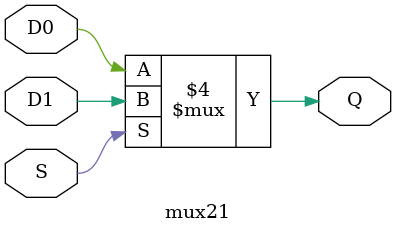
<source format=sv>

`timescale 1ns/1ps



module ALU (input A, B, Ainv, Binv, Cin, 
            input [1:0] operacion, 
            output reg resultado, 
            output Cout); //Por defecto los inputs y outputs son wires
  //Las salidas solo pueden ser wires, por eso no se le pone reg al Cout
  
  wire salidaMux1, salidaMux2, salidaSuma; 
  
  mux21 M1 (.D0(A), .D1(~A), .S(Ainv), .Q(salidaMux1));
  mux21 M2 (.D0(B), .D1(~B), .S(Binv), .Q(salidaMux2));
  
  sumador suma (.A(salidaMux1), 
                .B(salidaMux2), 
                .Cin(Cin), 
                .S(salidaSuma), 
                .Cout(Cout));
  
  //Como hacer otro módulo
  always @ (*) begin
    case(operacion)
      
      //Estos TIENEN que ser reg = estos pueden ser wires
      0: resultado = salidaMux1 & salidaMux2;
      1: resultado = salidaMux1 | salidaMux2;
      2: resultado = salidaSuma;
      
      //3: resultado = 0; o
      default resultado = 0;
    endcase
  end
  
endmodule


//================  Sumador  ================//

module sumador(input A, B, Cin, output reg S, Cout);
  
  always @ (*) begin
    //Con las expresiones lógicas
    //S = (A^B)^Cin;
    //Cout = (A&B)|(A^B)&Cin;
    {Cout,S} = A+B+Cin;
  end
  
endmodule

//================  Mux 2 a 1  ================//

module mux21(input D0, D1, S, output reg Q);
  
   always @ (*) begin
     if(!S) Q = D0;
     else Q = D1;
  end
  
endmodule


</source>
